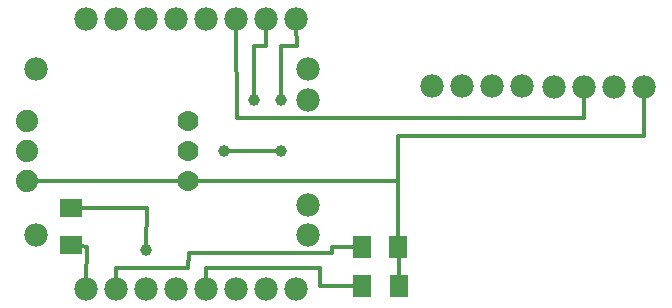
<source format=gtl>
G04 MADE WITH FRITZING*
G04 WWW.FRITZING.ORG*
G04 DOUBLE SIDED*
G04 HOLES PLATED*
G04 CONTOUR ON CENTER OF CONTOUR VECTOR*
%ASAXBY*%
%FSLAX23Y23*%
%MOIN*%
%OFA0B0*%
%SFA1.0B1.0*%
%ADD10C,0.077778*%
%ADD11C,0.069444*%
%ADD12C,0.078000*%
%ADD13C,0.074000*%
%ADD14C,0.039370*%
%ADD15R,0.062992X0.074803*%
%ADD16R,0.074803X0.062992*%
%ADD17C,0.012000*%
%LNCOPPER1*%
G90*
G70*
G54D10*
X267Y56D03*
X367Y56D03*
X467Y56D03*
X567Y56D03*
X667Y56D03*
X767Y56D03*
X867Y56D03*
X967Y56D03*
X967Y956D03*
X867Y956D03*
X767Y956D03*
X667Y956D03*
X567Y956D03*
X467Y956D03*
X367Y956D03*
X267Y956D03*
G54D11*
X607Y416D03*
X607Y516D03*
X607Y616D03*
X607Y416D03*
X607Y516D03*
X607Y616D03*
G54D12*
X98Y788D03*
X98Y236D03*
X1007Y788D03*
X1007Y687D03*
X1007Y336D03*
X1007Y236D03*
X2127Y730D03*
X2027Y730D03*
X1927Y730D03*
X1827Y730D03*
X2127Y730D03*
X2027Y730D03*
X1927Y730D03*
X1827Y730D03*
X1418Y731D03*
X1518Y731D03*
X1618Y731D03*
X1718Y731D03*
G54D13*
X70Y415D03*
X70Y515D03*
X70Y615D03*
X70Y415D03*
X70Y515D03*
X70Y615D03*
G54D14*
X917Y686D03*
X827Y685D03*
X727Y516D03*
X917Y516D03*
X467Y186D03*
G54D15*
X1187Y66D03*
X1309Y66D03*
X1307Y196D03*
X1185Y196D03*
G54D16*
X217Y326D03*
X217Y204D03*
G54D17*
X249Y199D02*
X268Y196D01*
D02*
X268Y196D02*
X267Y79D01*
D02*
X249Y326D02*
X468Y325D01*
D02*
X468Y325D02*
X467Y199D01*
D02*
X767Y932D02*
X768Y625D01*
D02*
X768Y625D02*
X1927Y625D01*
D02*
X1927Y625D02*
X1927Y706D01*
D02*
X1087Y196D02*
X1087Y175D01*
D02*
X1087Y175D02*
X608Y175D01*
D02*
X1159Y196D02*
X1087Y196D01*
D02*
X608Y175D02*
X607Y126D01*
D02*
X607Y126D02*
X367Y126D01*
D02*
X367Y126D02*
X367Y79D01*
D02*
X1047Y66D02*
X1047Y126D01*
D02*
X1161Y66D02*
X1047Y66D01*
D02*
X1047Y126D02*
X667Y126D01*
D02*
X667Y126D02*
X667Y79D01*
D02*
X827Y866D02*
X867Y866D01*
D02*
X867Y866D02*
X867Y932D01*
D02*
X827Y699D02*
X827Y866D01*
D02*
X1308Y164D02*
X1309Y98D01*
D02*
X628Y416D02*
X1306Y415D01*
D02*
X1306Y415D02*
X1307Y228D01*
D02*
X96Y416D02*
X586Y416D01*
D02*
X917Y866D02*
X917Y699D01*
D02*
X968Y866D02*
X917Y866D01*
D02*
X967Y932D02*
X968Y866D01*
D02*
X904Y516D02*
X740Y516D01*
D02*
X1306Y565D02*
X2127Y565D01*
D02*
X2127Y565D02*
X2127Y706D01*
D02*
X1306Y415D02*
X1306Y565D01*
G04 End of Copper1*
M02*
</source>
